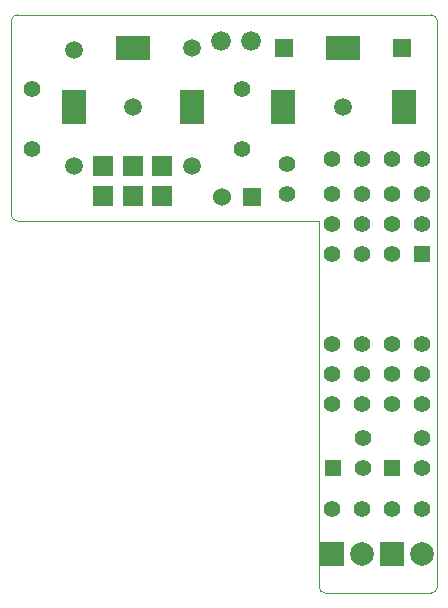
<source format=gbs>
G04 (created by PCBNEW (2013-07-07 BZR 4022)-stable) date 19/03/2015 16:12:41*
%MOIN*%
G04 Gerber Fmt 3.4, Leading zero omitted, Abs format*
%FSLAX34Y34*%
G01*
G70*
G90*
G04 APERTURE LIST*
%ADD10C,0.00629921*%
%ADD11C,0.00393701*%
%ADD12C,0.055*%
%ADD13C,0.066*%
%ADD14R,0.06X0.06*%
%ADD15C,0.06*%
%ADD16R,0.055X0.055*%
%ADD17R,0.0787X0.0787*%
%ADD18C,0.0787*%
%ADD19R,0.0669291X0.0669291*%
%ADD20R,0.0787402X0.11811*%
%ADD21R,0.11811X0.0787402*%
%ADD22C,0.0590551*%
%ADD23R,0.0590551X0.0590551*%
G04 APERTURE END LIST*
G54D10*
G54D11*
X1502Y-12087D02*
X1502Y6778D01*
X-2238Y-12287D02*
X1302Y-12287D01*
X-2443Y108D02*
X-2638Y108D01*
X-2443Y-357D02*
X-2443Y108D01*
X-2443Y-12087D02*
X-2443Y-357D01*
X-12701Y6786D02*
X-12701Y306D01*
X-12501Y6986D02*
X1298Y6986D01*
X-12501Y6986D02*
G75*
G03X-12701Y6786I0J-200D01*
G74*
G01*
X-12441Y106D02*
X-12501Y106D01*
X-12701Y306D02*
G75*
G03X-12501Y106I200J0D01*
G74*
G01*
X-12441Y106D02*
X-11961Y106D01*
X-2641Y106D02*
X-12441Y106D01*
X-2441Y-12088D02*
G75*
G03X-2241Y-12288I200J0D01*
G74*
G01*
X1303Y-12288D02*
G75*
G03X1503Y-12088I0J200D01*
G74*
G01*
X1498Y6786D02*
G75*
G03X1298Y6986I-200J0D01*
G74*
G01*
G54D12*
X999Y-4998D03*
X999Y-5998D03*
X-2000Y1001D03*
X-2000Y1D03*
X-5000Y2501D03*
X-5000Y4501D03*
X-12000Y2501D03*
X-12000Y4501D03*
G54D13*
X-5717Y6119D03*
X-4717Y6119D03*
G54D14*
X-4663Y908D03*
G54D15*
X-5663Y908D03*
G54D16*
X-23Y-8132D03*
G54D12*
X977Y-8132D03*
X977Y-7132D03*
X0Y-9500D03*
X1000Y-9500D03*
X0Y1001D03*
X0Y1D03*
X-1000Y1001D03*
X-1000Y1D03*
X999Y1001D03*
X999Y1D03*
X-3500Y2001D03*
X-3500Y1001D03*
G54D16*
X999Y-998D03*
G54D12*
X0Y-998D03*
X-1000Y-998D03*
X-2000Y-998D03*
X-2000Y-3998D03*
X-1000Y-3998D03*
X0Y-3998D03*
X999Y-3998D03*
X-1000Y-5998D03*
X-1000Y-4998D03*
X-2000Y-5998D03*
X-2000Y-4998D03*
X0Y-5998D03*
X0Y-4998D03*
G54D17*
X0Y-11000D03*
G54D18*
X1000Y-11000D03*
G54D17*
X-2000Y-11000D03*
G54D18*
X-1000Y-11000D03*
G54D12*
X-1000Y-9500D03*
X-2000Y-9500D03*
G54D16*
X-1983Y-8132D03*
G54D12*
X-983Y-8132D03*
X-983Y-7132D03*
G54D19*
X-9642Y957D03*
X-9642Y1942D03*
X-8658Y957D03*
X-8658Y1942D03*
X-7674Y1942D03*
X-7674Y957D03*
G54D20*
X-10626Y3910D03*
X-6689Y3910D03*
G54D21*
X-8658Y5879D03*
G54D22*
X-8658Y3910D03*
X-6689Y5879D03*
X-10626Y5800D03*
X-10626Y1942D03*
X-6689Y1942D03*
G54D20*
X-3658Y3910D03*
X396Y3910D03*
G54D21*
X-1630Y5879D03*
G54D23*
X337Y5879D03*
X-3599Y5879D03*
G54D22*
X-1630Y3910D03*
G54D12*
X997Y2168D03*
X-3Y2168D03*
X-2003Y2168D03*
X-1003Y2168D03*
M02*

</source>
